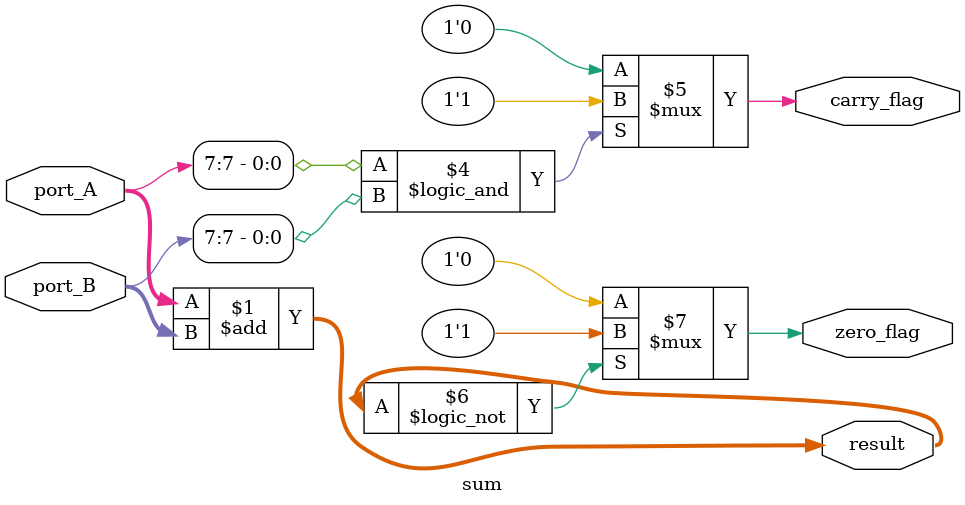
<source format=v>
module sum #(parameter DATA_WIDTH = 8)(
	//inputs
	input signed [(DATA_WIDTH-1) : 0] port_A,
	input signed [(DATA_WIDTH-1) : 0] port_B,
	//outputs
	output signed [(DATA_WIDTH) : 0] result,
	
	output carry_flag,
	output zero_flag
);

assign result = port_A + port_B;

//assign carry_flag = result[DATA_WIDTH];
assign carry_flag = (port_A[(DATA_WIDTH-1)]==1'b1 && port_B[(DATA_WIDTH-1)]==1'b1)? 1'b1 : 1'b0;

assign zero_flag = (result==0)? 1'b1 : 1'b0;

endmodule 

</source>
